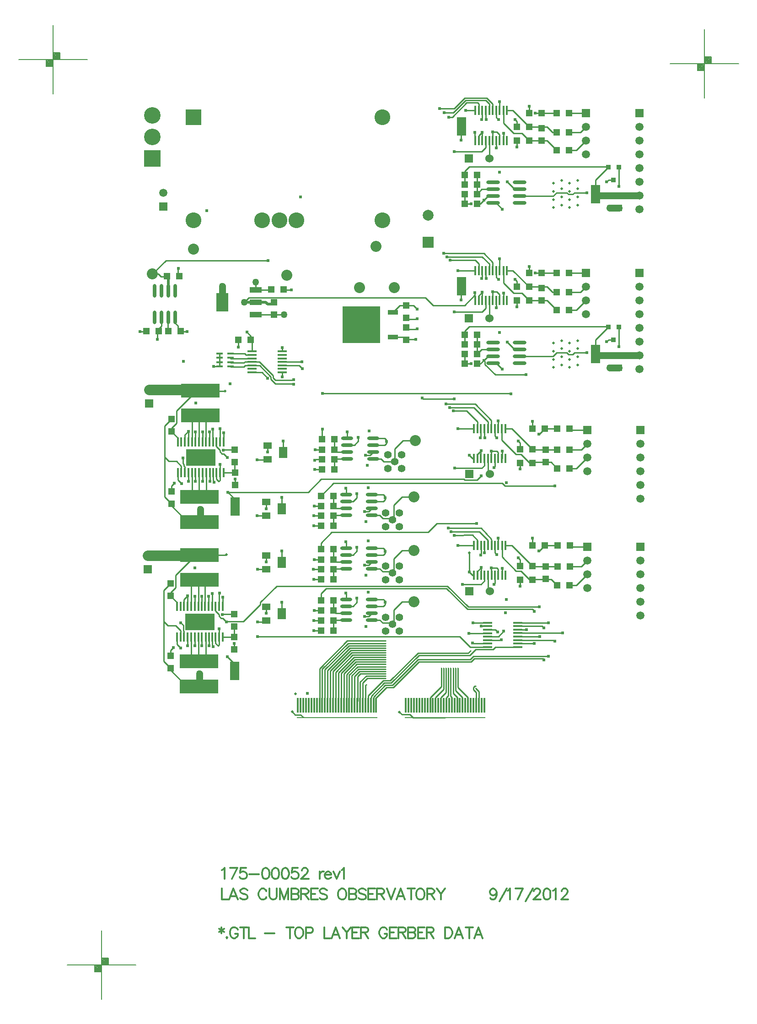
<source format=gtl>
%FSLAX23Y23*%
%MOIN*%
G70*
G01*
G75*
G04 Layer_Physical_Order=1*
G04 Layer_Color=255*
%ADD10R,0.012X0.065*%
%ADD11R,0.217X0.120*%
%ADD12R,0.065X0.012*%
%ADD13R,0.075X0.037*%
%ADD14R,0.272X0.268*%
%ADD15R,0.035X0.037*%
%ADD16R,0.035X0.037*%
%ADD17R,0.085X0.138*%
%ADD18R,0.085X0.043*%
%ADD19R,0.085X0.043*%
%ADD20O,0.028X0.098*%
%ADD21R,0.280X0.100*%
%ADD22R,0.070X0.135*%
%ADD23R,0.050X0.050*%
%ADD24O,0.087X0.024*%
%ADD25O,0.098X0.028*%
%ADD26R,0.045X0.017*%
%ADD27R,0.591X0.010*%
%ADD28R,0.012X0.105*%
%ADD29R,0.063X0.051*%
%ADD30R,0.063X0.079*%
%ADD31R,0.050X0.050*%
%ADD32C,0.010*%
%ADD33C,0.050*%
%ADD34C,0.020*%
%ADD35C,0.075*%
%ADD36C,0.012*%
%ADD37C,0.008*%
%ADD38C,0.012*%
%ADD39C,0.012*%
%ADD40R,0.060X0.060*%
%ADD41C,0.060*%
%ADD42C,0.024*%
%ADD43C,0.020*%
%ADD44C,0.115*%
%ADD45R,0.115X0.115*%
%ADD46C,0.080*%
%ADD47C,0.055*%
%ADD48R,0.059X0.059*%
%ADD49C,0.059*%
%ADD50C,0.120*%
%ADD51R,0.120X0.120*%
%ADD52R,0.079X0.079*%
%ADD53C,0.079*%
%ADD54C,0.010*%
%ADD55C,0.050*%
D10*
X42117Y28525D02*
D03*
X42091D02*
D03*
X42065D02*
D03*
X42040D02*
D03*
X42014D02*
D03*
X41989D02*
D03*
X41989Y28749D02*
D03*
X42014D02*
D03*
X42040D02*
D03*
X42065D02*
D03*
X42091D02*
D03*
X42117Y28749D02*
D03*
X42144Y28749D02*
D03*
X42168D02*
D03*
X42193D02*
D03*
X42219D02*
D03*
X42245D02*
D03*
X42270D02*
D03*
X42296D02*
D03*
X42321D02*
D03*
X42144Y28525D02*
D03*
X42170D02*
D03*
X42197D02*
D03*
X42221D02*
D03*
X42245D02*
D03*
X42270D02*
D03*
X42296D02*
D03*
X42321D02*
D03*
X42315Y27328D02*
D03*
X42290D02*
D03*
X42264D02*
D03*
X42239D02*
D03*
X42215D02*
D03*
X42191D02*
D03*
X42164D02*
D03*
X42138D02*
D03*
X42315Y27552D02*
D03*
X42290D02*
D03*
X42264D02*
D03*
X42239D02*
D03*
X42213D02*
D03*
X42187D02*
D03*
X42162D02*
D03*
X42138D02*
D03*
X42111Y27552D02*
D03*
X42085Y27552D02*
D03*
X42059D02*
D03*
X42034D02*
D03*
X42008D02*
D03*
X41983D02*
D03*
X41983Y27328D02*
D03*
X42008D02*
D03*
X42034D02*
D03*
X42059D02*
D03*
X42085D02*
D03*
X42111D02*
D03*
X44377Y27778D02*
D03*
Y27996D02*
D03*
X44352Y27778D02*
D03*
Y27996D02*
D03*
X44324Y27778D02*
D03*
Y27996D02*
D03*
X44300D02*
D03*
X44275D02*
D03*
X44249D02*
D03*
X44224D02*
D03*
X44198D02*
D03*
X44173D02*
D03*
X44147D02*
D03*
X44300Y27778D02*
D03*
X44275D02*
D03*
X44249D02*
D03*
X44224D02*
D03*
X44198D02*
D03*
X44173D02*
D03*
X44147D02*
D03*
X44386Y30943D02*
D03*
Y31162D02*
D03*
X44361Y30943D02*
D03*
Y31162D02*
D03*
X44333Y30943D02*
D03*
Y31162D02*
D03*
X44309D02*
D03*
X44284D02*
D03*
X44258D02*
D03*
X44233D02*
D03*
X44207D02*
D03*
X44181D02*
D03*
X44156D02*
D03*
X44309Y30943D02*
D03*
X44284D02*
D03*
X44258D02*
D03*
X44233D02*
D03*
X44207D02*
D03*
X44181D02*
D03*
X44156D02*
D03*
X44386Y29779D02*
D03*
Y29997D02*
D03*
X44361Y29779D02*
D03*
Y29997D02*
D03*
X44333Y29779D02*
D03*
Y29997D02*
D03*
X44309D02*
D03*
X44284D02*
D03*
X44258D02*
D03*
X44233D02*
D03*
X44207D02*
D03*
X44181D02*
D03*
X44156D02*
D03*
X44309Y29779D02*
D03*
X44284D02*
D03*
X44258D02*
D03*
X44233D02*
D03*
X44207D02*
D03*
X44181D02*
D03*
X44156D02*
D03*
X44376Y28628D02*
D03*
Y28847D02*
D03*
X44350Y28628D02*
D03*
Y28847D02*
D03*
X44323Y28628D02*
D03*
Y28847D02*
D03*
X44299D02*
D03*
X44273D02*
D03*
X44248D02*
D03*
X44222D02*
D03*
X44197D02*
D03*
X44171D02*
D03*
X44145D02*
D03*
X44299Y28628D02*
D03*
X44273D02*
D03*
X44248D02*
D03*
X44222D02*
D03*
X44197D02*
D03*
X44171D02*
D03*
X44145D02*
D03*
D11*
X42155Y28637D02*
D03*
X42149Y27440D02*
D03*
D12*
X44466Y27306D02*
D03*
Y27332D02*
D03*
X44466Y27359D02*
D03*
Y27383D02*
D03*
Y27409D02*
D03*
Y27434D02*
D03*
X44247D02*
D03*
Y27409D02*
D03*
Y27383D02*
D03*
Y27357D02*
D03*
Y27332D02*
D03*
Y27306D02*
D03*
Y27281D02*
D03*
Y27257D02*
D03*
X44466Y27255D02*
D03*
X44466Y27281D02*
D03*
X42748Y29255D02*
D03*
Y29281D02*
D03*
Y29306D02*
D03*
Y29332D02*
D03*
Y29357D02*
D03*
Y29383D02*
D03*
Y29409D02*
D03*
X42529Y29255D02*
D03*
Y29281D02*
D03*
Y29306D02*
D03*
Y29332D02*
D03*
Y29357D02*
D03*
Y29383D02*
D03*
Y29409D02*
D03*
D13*
X43555Y29512D02*
D03*
Y29692D02*
D03*
D14*
X43325Y29602D02*
D03*
D15*
X45164Y29493D02*
D03*
X45201Y29585D02*
D03*
X45164Y30657D02*
D03*
X45201Y30749D02*
D03*
D16*
X45126Y29585D02*
D03*
Y30749D02*
D03*
D17*
X42312Y29765D02*
D03*
D18*
X42556Y29856D02*
D03*
Y29675D02*
D03*
D19*
Y29765D02*
D03*
D20*
X41968Y29848D02*
D03*
X41918D02*
D03*
X41868D02*
D03*
X41818D02*
D03*
X41968Y29655D02*
D03*
X41918D02*
D03*
X41868D02*
D03*
X41818D02*
D03*
D21*
X42145Y27926D02*
D03*
Y27745D02*
D03*
X42147Y28167D02*
D03*
Y28348D02*
D03*
X42141Y26970D02*
D03*
Y27151D02*
D03*
X42151Y29123D02*
D03*
Y28942D02*
D03*
D22*
X45034Y29389D02*
D03*
X42401Y27083D02*
D03*
X42407Y28280D02*
D03*
X44055Y31045D02*
D03*
Y29881D02*
D03*
X45034Y30553D02*
D03*
D23*
X42399Y27238D02*
D03*
Y27328D02*
D03*
X43654Y29582D02*
D03*
Y29492D02*
D03*
Y29653D02*
D03*
Y29743D02*
D03*
X44639Y30943D02*
D03*
Y31033D02*
D03*
Y29779D02*
D03*
Y29869D02*
D03*
X41941Y28300D02*
D03*
Y28390D02*
D03*
X41935Y27103D02*
D03*
Y27193D02*
D03*
X44668Y28602D02*
D03*
Y28692D02*
D03*
X44669Y27751D02*
D03*
Y27841D02*
D03*
X41941Y28825D02*
D03*
Y28915D02*
D03*
X41935Y27628D02*
D03*
Y27718D02*
D03*
X42688Y29675D02*
D03*
Y29765D02*
D03*
X45204Y30543D02*
D03*
Y30453D02*
D03*
Y29379D02*
D03*
Y29289D02*
D03*
X42404Y28604D02*
D03*
Y28694D02*
D03*
X42398Y27407D02*
D03*
Y27497D02*
D03*
X42405Y28435D02*
D03*
Y28525D02*
D03*
D24*
X43224Y28777D02*
D03*
Y28727D02*
D03*
Y28677D02*
D03*
Y28627D02*
D03*
X43413Y28777D02*
D03*
Y28727D02*
D03*
Y28677D02*
D03*
Y28627D02*
D03*
X43215Y27604D02*
D03*
Y27554D02*
D03*
Y27504D02*
D03*
Y27454D02*
D03*
X43404Y27604D02*
D03*
Y27554D02*
D03*
Y27504D02*
D03*
Y27454D02*
D03*
X43215Y27977D02*
D03*
Y27927D02*
D03*
Y27877D02*
D03*
Y27827D02*
D03*
X43404Y27977D02*
D03*
Y27927D02*
D03*
Y27877D02*
D03*
Y27827D02*
D03*
X43215Y28366D02*
D03*
Y28316D02*
D03*
Y28266D02*
D03*
Y28216D02*
D03*
X43404Y28366D02*
D03*
Y28316D02*
D03*
Y28266D02*
D03*
Y28216D02*
D03*
D25*
X44480Y29324D02*
D03*
Y29374D02*
D03*
Y29424D02*
D03*
Y29474D02*
D03*
X44287Y29324D02*
D03*
Y29374D02*
D03*
Y29424D02*
D03*
Y29474D02*
D03*
X44480Y30488D02*
D03*
Y30538D02*
D03*
Y30588D02*
D03*
Y30638D02*
D03*
X44287Y30488D02*
D03*
Y30538D02*
D03*
Y30588D02*
D03*
Y30638D02*
D03*
D26*
X42294Y29392D02*
D03*
Y29361D02*
D03*
Y29329D02*
D03*
Y29298D02*
D03*
X42371D02*
D03*
Y29329D02*
D03*
Y29361D02*
D03*
Y29392D02*
D03*
D27*
X43936Y26743D02*
D03*
X43149D02*
D03*
D28*
X42863Y26831D02*
D03*
X42883D02*
D03*
X42902D02*
D03*
X42922D02*
D03*
X42942D02*
D03*
X42961D02*
D03*
X42981D02*
D03*
X43001D02*
D03*
X43021D02*
D03*
X43040D02*
D03*
X43060D02*
D03*
X43080D02*
D03*
X43099D02*
D03*
X43119D02*
D03*
X43139D02*
D03*
X43158D02*
D03*
X43178D02*
D03*
X43198D02*
D03*
X43218D02*
D03*
X43237D02*
D03*
X43257D02*
D03*
X43277D02*
D03*
X43296D02*
D03*
X43316D02*
D03*
X43336D02*
D03*
X43355D02*
D03*
X43375D02*
D03*
X43395D02*
D03*
X43415D02*
D03*
X43434D02*
D03*
X43650D02*
D03*
X43670D02*
D03*
X43690D02*
D03*
X43710D02*
D03*
X43729D02*
D03*
X43749D02*
D03*
X43769D02*
D03*
X43788D02*
D03*
X43808D02*
D03*
X43828D02*
D03*
X43847D02*
D03*
X43867D02*
D03*
X43887D02*
D03*
X43907D02*
D03*
X43926D02*
D03*
X43946D02*
D03*
X43966D02*
D03*
X43985D02*
D03*
X44005D02*
D03*
X44025D02*
D03*
X44044D02*
D03*
X44064D02*
D03*
X44084D02*
D03*
X44104D02*
D03*
X44123D02*
D03*
X44143D02*
D03*
X44163D02*
D03*
X44182D02*
D03*
X44202D02*
D03*
X44222D02*
D03*
D29*
X42641Y28623D02*
D03*
Y28723D02*
D03*
X42632Y27450D02*
D03*
Y27550D02*
D03*
X42632Y27823D02*
D03*
Y27923D02*
D03*
Y28212D02*
D03*
Y28312D02*
D03*
D30*
X42755Y28673D02*
D03*
X42746Y27500D02*
D03*
X42745Y27873D02*
D03*
Y28262D02*
D03*
D31*
X43031Y27521D02*
D03*
X43121D02*
D03*
X43031Y27894D02*
D03*
X43121D02*
D03*
X43031Y28283D02*
D03*
X43121D02*
D03*
X43040Y28694D02*
D03*
X43130D02*
D03*
X43121Y27595D02*
D03*
X43031D02*
D03*
X43121Y27968D02*
D03*
X43031D02*
D03*
X43121Y28357D02*
D03*
X43031D02*
D03*
X43130Y28768D02*
D03*
X43040D02*
D03*
X43121Y27376D02*
D03*
X43031D02*
D03*
X43121Y27749D02*
D03*
X43031D02*
D03*
X43121Y28138D02*
D03*
X43031D02*
D03*
X43130Y28549D02*
D03*
X43040D02*
D03*
X43121Y27449D02*
D03*
X43031D02*
D03*
X43121Y27822D02*
D03*
X43031D02*
D03*
X43121Y28211D02*
D03*
X43031D02*
D03*
X43130Y28622D02*
D03*
X43040D02*
D03*
X42520Y29492D02*
D03*
X42430D02*
D03*
X41758Y29557D02*
D03*
X41848D02*
D03*
X42008D02*
D03*
X41918D02*
D03*
X41998Y29957D02*
D03*
X41908D02*
D03*
X44169Y30693D02*
D03*
X44079D02*
D03*
X44169Y29529D02*
D03*
X44079D02*
D03*
X44549Y31143D02*
D03*
X44639D02*
D03*
X44549Y29979D02*
D03*
X44639D02*
D03*
X44459Y31043D02*
D03*
X44549D02*
D03*
X44459Y29879D02*
D03*
X44549D02*
D03*
X44459Y30943D02*
D03*
X44549D02*
D03*
X44459Y29779D02*
D03*
X44549D02*
D03*
X44573Y28847D02*
D03*
X44663D02*
D03*
X44574Y27996D02*
D03*
X44664D02*
D03*
X44483Y28697D02*
D03*
X44573D02*
D03*
X44484Y27846D02*
D03*
X44574D02*
D03*
X44483Y28597D02*
D03*
X44573D02*
D03*
X44484Y27746D02*
D03*
X44574D02*
D03*
X42759Y29860D02*
D03*
X42669D02*
D03*
X44839Y31143D02*
D03*
X44749D02*
D03*
X44839Y29979D02*
D03*
X44749D02*
D03*
X44839Y31003D02*
D03*
X44749D02*
D03*
X44839Y29839D02*
D03*
X44749D02*
D03*
X44169Y30553D02*
D03*
X44079D02*
D03*
X44169Y29389D02*
D03*
X44079D02*
D03*
Y30623D02*
D03*
X44169D02*
D03*
X44079Y29459D02*
D03*
X44169D02*
D03*
X44839Y30873D02*
D03*
X44749D02*
D03*
X44839Y29709D02*
D03*
X44749D02*
D03*
X44079Y30483D02*
D03*
X44169D02*
D03*
X44079Y29319D02*
D03*
X44169D02*
D03*
X44844Y28847D02*
D03*
X44754D02*
D03*
X44846Y27996D02*
D03*
X44756D02*
D03*
X44844Y28692D02*
D03*
X44754D02*
D03*
X44846Y27841D02*
D03*
X44756D02*
D03*
X44843Y28557D02*
D03*
X44753D02*
D03*
X44844Y27706D02*
D03*
X44754D02*
D03*
D32*
X43654Y29495D02*
X43720D01*
X44079Y29743D02*
X44154Y29818D01*
Y29781D02*
Y29818D01*
X42471Y29765D02*
X42506Y29800D01*
X43791D01*
X43848Y29743D01*
X44079D01*
X44154Y29818D02*
Y29837D01*
X44108Y27938D02*
X44113Y27932D01*
Y27801D02*
Y27932D01*
X43355Y26831D02*
Y26978D01*
X43828Y26831D02*
X43828Y26831D01*
X43828Y26831D02*
Y26889D01*
X42144Y29123D02*
X42149Y29118D01*
X42138Y29129D02*
X42144Y29123D01*
X42149Y29118D02*
X42334D01*
X42342Y27926D02*
X42344Y27928D01*
X42145Y27926D02*
X42342D01*
X42901Y26746D02*
X42907D01*
X42883Y26764D02*
X42901Y26746D01*
X43604Y26783D02*
X43622Y26765D01*
X43680D01*
X43702Y26743D01*
X43936D01*
X42821Y26786D02*
X42843Y26764D01*
X42883D01*
X43296Y26861D02*
X43298Y26862D01*
Y27041D01*
X43316Y27001D02*
X43361Y27046D01*
X43316Y26861D02*
Y27001D01*
X43361Y27046D02*
X43501D01*
X43336Y26995D02*
X43370Y27029D01*
X43501D01*
X43355Y26978D02*
X43361Y26984D01*
X44104Y26861D02*
Y26889D01*
X44030Y26963D02*
X44104Y26889D01*
X44064Y26861D02*
Y26889D01*
X44013Y26940D02*
X44064Y26889D01*
X44025Y26861D02*
Y26889D01*
X43996Y26918D02*
X44025Y26889D01*
X43985Y26861D02*
Y26889D01*
X43977Y26898D02*
X43985Y26889D01*
X43828D02*
X43909Y26970D01*
X43867Y26861D02*
Y26889D01*
X43926Y26948D01*
X43907Y26861D02*
Y26889D01*
X43943Y26925D01*
Y27101D01*
X43946Y26861D02*
Y26889D01*
X43960Y26903D01*
Y27101D01*
X43395Y26887D02*
Y26889D01*
Y26823D02*
Y26887D01*
X43434D02*
Y26889D01*
Y26861D02*
Y26887D01*
X43415Y26861D02*
Y26893D01*
X43485Y27012D02*
X43537D01*
X43492Y26995D02*
X43544D01*
X43499Y26978D02*
X43551D01*
X43508Y26961D02*
X43558D01*
X43375Y26823D02*
Y26902D01*
X43485Y27012D01*
X43434Y26887D02*
X43508Y26961D01*
X43415Y26893D02*
X43499Y26978D01*
X43398Y26900D02*
X43492Y26995D01*
X43398Y26890D02*
Y26900D01*
X43395Y26887D02*
X43398Y26890D01*
X43544Y26995D02*
X43745Y27196D01*
X43099Y27083D02*
X43250Y27233D01*
X43021Y26861D02*
Y27100D01*
X43040Y26861D02*
Y27096D01*
X43060Y26861D02*
Y27092D01*
X43080Y26861D02*
Y27087D01*
X43099Y26861D02*
Y27083D01*
X43119Y26861D02*
Y27078D01*
X43139Y26861D02*
Y27074D01*
X43158Y26861D02*
Y27070D01*
X43178Y26861D02*
Y27065D01*
X43198Y26861D02*
Y27061D01*
X43218Y26861D02*
Y27057D01*
X43237Y26861D02*
Y27052D01*
X43257Y26861D02*
Y27048D01*
X43277Y26861D02*
Y27044D01*
X43336Y26861D02*
Y26995D01*
X44839Y31143D02*
X44964D01*
X44639D02*
X44749D01*
X44594D02*
X44639D01*
X44361Y30996D02*
X44361Y30996D01*
X44361Y30943D02*
Y30996D01*
X44924Y31003D02*
X44964Y31043D01*
X44839Y31003D02*
X44924D01*
X44718D02*
X44749D01*
X44678Y31043D02*
X44718Y31003D01*
X44430Y31162D02*
X44549Y31043D01*
X44386Y31162D02*
X44430D01*
X44549Y31043D02*
X44678D01*
X44894Y30873D02*
X44964Y30943D01*
X44839Y30873D02*
X44894D01*
X44679Y30943D02*
X44749Y30873D01*
X44497Y30995D02*
X44549Y30943D01*
X44436Y30995D02*
X44497D01*
X44361Y31070D02*
X44436Y30995D01*
X44361Y31070D02*
Y31162D01*
X44549Y30943D02*
X44639D01*
X44679D01*
X44459Y30895D02*
Y30943D01*
Y31043D02*
Y31084D01*
X44446Y31097D02*
X44459Y31084D01*
X44549Y31143D02*
Y31190D01*
X44550Y31191D01*
X44258Y30813D02*
Y30943D01*
X44333Y31162D02*
Y31224D01*
X44332Y31225D02*
X44333Y31224D01*
X44284Y30943D02*
Y31007D01*
X44207Y30943D02*
Y31003D01*
X44181Y30943D02*
Y30978D01*
X44207Y31003D01*
X44333Y30943D02*
Y30987D01*
X44313Y31007D02*
X44333Y30987D01*
X44284Y31007D02*
X44313D01*
X44287Y30488D02*
X44310D01*
X44354Y30444D01*
X44388Y30641D02*
X44441Y30588D01*
X44480D01*
X44079Y30623D02*
Y30693D01*
X44169Y30553D02*
X44204Y30588D01*
X44287D01*
X44169Y30623D02*
Y30693D01*
Y30553D02*
Y30623D01*
X44079Y30483D02*
Y30553D01*
Y30483D02*
X44124D01*
X44125Y30482D01*
X45128Y30657D02*
X45164D01*
X45034Y30657D02*
X45126Y30749D01*
X45201Y30608D02*
Y30749D01*
X44480Y30538D02*
X44723D01*
X44748Y30563D01*
X45114Y30643D02*
X45128Y30657D01*
X44748Y30563D02*
X44823D01*
X44835Y30551D01*
X44866D01*
X44878Y30563D01*
X44967D01*
X45034Y30553D02*
Y30657D01*
X44967Y30563D02*
X44968Y30564D01*
X44079Y30693D02*
Y30720D01*
X44113Y30754D01*
X45122D02*
X45126Y30749D01*
X44308Y30890D02*
Y30941D01*
X44309Y30943D01*
Y31110D02*
Y31162D01*
Y31110D02*
X44325Y31095D01*
X44154Y30945D02*
Y31001D01*
Y30945D02*
X44156Y30943D01*
X44249Y30538D02*
X44287D01*
X44219Y30508D02*
X44249Y30538D01*
X44053Y30947D02*
Y31043D01*
X44194Y30483D02*
X44219Y30508D01*
X44169Y30483D02*
X44194D01*
X44169Y29459D02*
Y29529D01*
X44079D02*
Y29556D01*
Y29459D02*
Y29529D01*
X44549Y30026D02*
X44550Y30027D01*
X44549Y29979D02*
Y30026D01*
X44594Y29979D02*
X44639D01*
X44749D01*
X44361Y29832D02*
X44361Y29832D01*
X44361Y29779D02*
Y29832D01*
X44284Y29843D02*
X44313D01*
X44333Y29779D02*
Y29823D01*
X44313Y29843D02*
X44333Y29823D01*
X44284Y29779D02*
Y29843D01*
X44207Y29779D02*
Y29839D01*
X44459Y29879D02*
Y29920D01*
X44446Y29933D02*
X44459Y29920D01*
X44386Y29997D02*
X44430D01*
X44549Y29879D01*
X44678D01*
X44718Y29839D01*
X44749D01*
X44388Y29477D02*
X44441Y29424D01*
X44549Y29779D02*
X44639D01*
X44679D01*
X44749Y29709D01*
X44459Y29731D02*
Y29779D01*
X44361Y29906D02*
X44436Y29831D01*
X44497D01*
X44549Y29779D01*
X44308Y29726D02*
Y29777D01*
X44894Y29709D02*
X44964Y29779D01*
X44839Y29709D02*
X44894D01*
X44924Y29839D02*
X44964Y29879D01*
X44839Y29839D02*
X44924D01*
X44839Y29979D02*
X44964D01*
X45128Y29493D02*
X45164D01*
X45114Y29479D02*
X45128Y29493D01*
X44748Y29399D02*
X44823D01*
X44835Y29387D01*
X44723Y29374D02*
X44748Y29399D01*
X44480Y29374D02*
X44723D01*
X44967Y29399D02*
X44968Y29400D01*
X44835Y29387D02*
X44866D01*
X44878Y29399D02*
X44967D01*
X44866Y29387D02*
X44878Y29399D01*
X45201Y29444D02*
Y29585D01*
X45122Y29590D02*
X45126Y29585D01*
X45034Y29389D02*
Y29493D01*
X44169Y29389D02*
Y29459D01*
X44079Y29319D02*
Y29389D01*
X44124Y29319D02*
X44125Y29318D01*
X44219Y29344D02*
X44249Y29374D01*
X44258Y29649D02*
Y29779D01*
X44332Y30081D02*
X44333Y30080D01*
X44308Y29777D02*
X44309Y29779D01*
X44154Y29781D02*
X44156Y29779D01*
X44441Y29424D02*
X44480D01*
X44249Y29374D02*
X44287D01*
X44928Y28692D02*
X44973Y28737D01*
X44893Y28557D02*
X44973Y28637D01*
X44843Y28557D02*
X44893D01*
X44663Y28847D02*
X44754D01*
X44623Y28807D02*
X44663Y28847D01*
X44618Y28807D02*
X44623D01*
X44351Y28629D02*
Y28681D01*
X44350Y28628D02*
X44351Y28629D01*
X44376Y28847D02*
X44423D01*
X44578Y28692D02*
X44754D01*
X44423Y28847D02*
X44573Y28697D01*
X44578Y28692D01*
X44551Y28597D02*
X44573D01*
X44709Y28601D02*
X44753Y28557D01*
X44573Y28597D02*
X44577Y28601D01*
X44709D01*
X44573Y28847D02*
Y28898D01*
X44572Y28899D02*
X44573Y28898D01*
X44483Y28697D02*
Y28742D01*
X44469Y28756D02*
X44483Y28742D01*
Y28552D02*
Y28597D01*
X44482Y28551D02*
X44483Y28552D01*
X44323Y28628D02*
Y28672D01*
X44312Y28683D02*
X44323Y28672D01*
X44273Y28683D02*
X44312D01*
X44273Y28629D02*
X44273Y28628D01*
X44248Y28530D02*
X44263Y28515D01*
X44135Y28628D02*
X44145D01*
X42065Y28462D02*
Y28525D01*
X42117Y28463D02*
Y28525D01*
Y28463D02*
X42117Y28463D01*
X42170Y28462D02*
Y28525D01*
Y28462D02*
X42170Y28462D01*
X42221Y28462D02*
Y28525D01*
X42221Y28462D02*
X42221Y28462D01*
X42321Y28749D02*
Y28817D01*
X42296Y28749D02*
Y28844D01*
X42297Y28845D01*
X42219Y28749D02*
Y28822D01*
X42219Y28822D02*
X42219Y28822D01*
X42168Y28749D02*
Y28824D01*
X42168Y28824D02*
X42168Y28824D01*
X42117Y28749D02*
Y28823D01*
X42065Y28749D02*
Y28827D01*
X42066Y28827D01*
X42040Y28749D02*
Y28801D01*
X42065Y28827D01*
X42091Y28395D02*
Y28525D01*
X42144Y28342D02*
Y28525D01*
Y28342D02*
X42146Y28340D01*
X42091Y28395D02*
X42144Y28342D01*
X42197Y28524D02*
X42197Y28525D01*
X42197Y28391D02*
Y28524D01*
X42146Y28340D02*
X42197Y28391D01*
X42193Y28749D02*
Y28912D01*
X42151Y28955D02*
X42193Y28912D01*
X42144Y28749D02*
X42144Y28749D01*
X42144Y28749D02*
Y28948D01*
X42091Y28749D02*
Y28896D01*
X42144Y28948D01*
X42151Y28955D01*
X41941Y28825D02*
X41989Y28777D01*
Y28749D02*
Y28777D01*
X42404Y28526D02*
Y28604D01*
X42323Y28526D02*
X42404D01*
X42321Y28525D02*
X42323Y28526D01*
X42244Y28750D02*
Y28844D01*
X42320Y28688D02*
X42326Y28694D01*
X42404D01*
X42287Y28462D02*
X42295Y28470D01*
X42405Y28435D02*
Y28480D01*
X42245Y28525D02*
X42245Y28524D01*
Y28460D02*
Y28524D01*
Y28460D02*
X42250Y28455D01*
X42252D01*
X41941Y28429D02*
X41962Y28450D01*
X41941Y28390D02*
Y28429D01*
Y28825D02*
Y28848D01*
X41978Y28885D01*
Y28976D01*
X42125Y29123D01*
X41892Y28866D02*
X41941Y28915D01*
X41892Y28349D02*
X41941Y28300D01*
X42014Y28525D02*
Y28573D01*
X41978Y28609D02*
X42014Y28573D01*
X41923Y28609D02*
X41978D01*
X41892Y28640D02*
X41923Y28609D01*
X41892Y28349D02*
Y28640D01*
Y28866D01*
X41989Y28473D02*
Y28525D01*
Y28473D02*
X42016Y28446D01*
X42270Y28479D02*
Y28525D01*
Y28479D02*
X42287Y28462D01*
X42295Y28470D02*
Y28586D01*
X42407Y28280D02*
Y28331D01*
X42354Y28384D02*
X42407Y28331D01*
X42321Y28664D02*
X42348Y28637D01*
X42310Y28664D02*
X42321D01*
X42296Y28678D02*
X42310Y28664D01*
X42296Y28678D02*
Y28689D01*
X42270Y28715D02*
X42296Y28689D01*
X42270Y28715D02*
Y28749D01*
X42059Y28167D02*
X42147D01*
X41941Y28285D02*
X42059Y28167D01*
X41941Y28285D02*
Y28300D01*
X42290Y27481D02*
X42304Y27467D01*
X42290Y27481D02*
Y27492D01*
X42264Y27518D02*
X42290Y27492D01*
X42348Y27187D02*
X42401Y27134D01*
Y27083D02*
Y27134D01*
X42315Y27467D02*
X42342Y27440D01*
X42304Y27467D02*
X42315D01*
X41886Y27152D02*
X41935Y27103D01*
X41886Y27152D02*
Y27443D01*
X41935Y27088D02*
X42053Y26970D01*
X41935Y27088D02*
Y27103D01*
X41886Y27443D02*
X41917Y27412D01*
X41886Y27443D02*
Y27669D01*
X41917Y27412D02*
X41972D01*
X41886Y27669D02*
X41935Y27718D01*
X42008Y27328D02*
Y27376D01*
X41972Y27412D02*
X42008Y27376D01*
X41935Y27193D02*
Y27232D01*
X41956Y27253D01*
X42315Y27552D02*
Y27620D01*
X44573Y28048D02*
X44574Y28047D01*
Y27996D02*
Y28047D01*
X44624Y27956D02*
X44664Y27996D01*
X44619Y27956D02*
X44624D01*
X44664Y27996D02*
X44756D01*
X44352Y27778D02*
Y27830D01*
X42059Y27265D02*
Y27328D01*
X44274Y27778D02*
Y27832D01*
X44313D01*
X44324Y27822D01*
Y27778D02*
Y27822D01*
X44173Y27808D02*
X44198Y27834D01*
Y27778D02*
Y27834D01*
X44200Y27836D01*
X44470Y27905D02*
X44484Y27891D01*
Y27846D02*
Y27891D01*
X44377Y27996D02*
X44424D01*
X44574Y27846D01*
X44579Y27841D02*
X44756D01*
X44574Y27846D02*
X44579Y27841D01*
X44578Y27750D02*
X44710D01*
X44754Y27706D01*
X42111Y27552D02*
Y27626D01*
X41935Y27628D02*
X41983Y27580D01*
X41935Y27628D02*
Y27651D01*
X41972Y27688D01*
Y27779D01*
X44484Y27701D02*
Y27746D01*
X44483Y27700D02*
X44484Y27701D01*
X44352Y27912D02*
Y27996D01*
Y27912D02*
X44454Y27809D01*
X44489D01*
X44552Y27746D01*
X44574D02*
X44578Y27750D01*
X44552Y27746D02*
X44574D01*
X42264Y27282D02*
Y27328D01*
Y27282D02*
X42281Y27265D01*
X42238Y27553D02*
Y27647D01*
X42281Y27265D02*
X42289Y27273D01*
Y27389D01*
X42314Y27491D02*
X42320Y27497D01*
X42398D01*
X42164Y27265D02*
X42164Y27265D01*
X42164Y27265D02*
Y27328D01*
X42239Y27263D02*
X42244Y27258D01*
X42246D01*
X42239Y27263D02*
Y27327D01*
X44300Y27718D02*
Y27778D01*
X44294Y27712D02*
X44300Y27718D01*
X42053Y26970D02*
X42141D01*
X42085Y27198D02*
X42138Y27145D01*
X42085Y27198D02*
Y27328D01*
X42138Y27145D02*
Y27328D01*
Y27145D02*
X42140Y27143D01*
X42191Y27194D01*
Y27327D01*
X42119Y27926D02*
X42145D01*
X42085Y27552D02*
Y27699D01*
X42138Y27751D01*
X42187Y27552D02*
Y27715D01*
X42138Y27552D02*
Y27751D01*
X42145Y27758D02*
X42187Y27715D01*
X42138Y27751D02*
X42145Y27758D01*
X44894Y27706D02*
X44974Y27786D01*
X44844Y27706D02*
X44894D01*
X44930Y27841D02*
X44974Y27886D01*
X44846Y27841D02*
X44930D01*
X44856Y27986D02*
X44974D01*
X41983Y27276D02*
Y27328D01*
Y27276D02*
X42010Y27249D01*
X42398Y27329D02*
Y27407D01*
X44249Y27679D02*
Y27778D01*
Y27679D02*
X44264Y27664D01*
X42399Y27238D02*
Y27283D01*
X42317Y27329D02*
X42398D01*
X42315Y27328D02*
X42317Y27329D01*
X42239Y27328D02*
X42239Y27327D01*
X42215Y27265D02*
X42215Y27265D01*
Y27328D01*
X42191Y27327D02*
X42191Y27328D01*
X42290Y27552D02*
Y27647D01*
X42291Y27648D01*
X42264Y27518D02*
Y27552D01*
X42213D02*
Y27625D01*
X42213Y27625D02*
X42213Y27625D01*
X42162Y27552D02*
Y27627D01*
X42162Y27627D02*
X42162Y27627D01*
X42138Y27552D02*
X42138Y27552D01*
X42059D02*
Y27630D01*
X42034Y27552D02*
Y27604D01*
X42059Y27630D01*
X42060Y27630D01*
X41983Y27552D02*
Y27580D01*
X42111Y27266D02*
X42111Y27266D01*
X42111Y27266D02*
Y27328D01*
X44352Y27778D02*
X44352Y27778D01*
X44274Y27778D02*
X44275Y27778D01*
X44173D02*
Y27808D01*
X43357Y28653D02*
X43389D01*
X43413Y28677D01*
X43303Y28755D02*
Y28784D01*
X43275Y28727D02*
X43303Y28755D01*
X43224Y28727D02*
X43275D01*
X43130Y28694D02*
Y28768D01*
Y28694D02*
X43147Y28677D01*
X43224D01*
X43130Y28549D02*
Y28622D01*
X43135Y28627D01*
X43224D01*
X42755Y28673D02*
Y28756D01*
X42755Y28756D01*
X43223Y28822D02*
X43224Y28820D01*
Y28777D02*
Y28820D01*
X42641Y28675D02*
Y28723D01*
X42990Y28694D02*
X43040D01*
X42987Y28549D02*
X43040D01*
X43490Y28605D02*
X43570D01*
X43468Y28627D02*
X43490Y28605D01*
X43413Y28627D02*
X43468D01*
X42987Y28617D02*
X42992Y28622D01*
X43040D01*
X43561Y28288D02*
X43621Y28348D01*
X43709D01*
X42745Y28262D02*
Y28345D01*
X42746Y28345D01*
X43215Y28366D02*
Y28410D01*
X43214Y28411D02*
X43215Y28410D01*
Y28316D02*
X43266D01*
X43294Y28344D01*
Y28373D01*
X43138Y28266D02*
X43215D01*
X43126Y28216D02*
X43215D01*
X42978Y28138D02*
X43031D01*
X43486Y28366D02*
X43499Y28353D01*
X43404Y28366D02*
X43486D01*
X43499Y28329D02*
Y28353D01*
X43348Y28242D02*
X43380D01*
X43404Y28266D01*
Y28216D02*
X43459D01*
X43481Y28194D01*
X42632Y28264D02*
Y28312D01*
X42981Y28283D02*
X43031D01*
X43121D02*
Y28357D01*
Y28283D02*
X43138Y28266D01*
X43121Y28138D02*
Y28211D01*
X43126Y28216D01*
X43561Y27805D02*
Y27899D01*
X43621Y27959D01*
X43709D01*
X42745Y27873D02*
Y27956D01*
X42746Y27956D01*
X43215Y27977D02*
Y28021D01*
X43214Y28022D02*
X43215Y28021D01*
X43138Y27877D02*
X43215D01*
X42978Y27749D02*
X43031D01*
X43404Y27927D02*
X43486D01*
X43499Y27940D01*
X43486Y27977D02*
X43499Y27964D01*
X43404Y27977D02*
X43486D01*
X43499Y27940D02*
Y27964D01*
X43348Y27853D02*
X43380D01*
X43404Y27877D01*
Y27827D02*
X43459D01*
X43481Y27805D01*
X42632Y27875D02*
Y27923D01*
X42981Y27894D02*
X43031D01*
X43121D02*
Y27968D01*
Y27894D02*
X43138Y27877D01*
X43121Y27749D02*
Y27822D01*
X43126Y27827D01*
X43561Y27432D02*
Y27526D01*
X43621Y27586D01*
X43709D01*
X42746Y27500D02*
Y27583D01*
X42746Y27583D01*
X43215Y27604D02*
Y27648D01*
X43214Y27649D02*
X43215Y27648D01*
Y27554D02*
X43266D01*
X43294Y27582D01*
Y27611D01*
X43138Y27504D02*
X43215D01*
X43126Y27454D02*
X43215D01*
X42978Y27376D02*
X43031D01*
X43404Y27554D02*
X43486D01*
X43499Y27567D01*
X43486Y27604D02*
X43499Y27591D01*
X43404Y27604D02*
X43486D01*
X43499Y27567D02*
Y27591D01*
X43348Y27480D02*
X43380D01*
X43404Y27504D01*
Y27454D02*
X43459D01*
X43481Y27432D01*
X42632Y27502D02*
Y27550D01*
X42981Y27521D02*
X43031D01*
X43121D02*
Y27595D01*
Y27521D02*
X43138Y27504D01*
X43121Y27376D02*
Y27449D01*
X43126Y27454D01*
X42979Y28212D02*
X42980Y28211D01*
X43031D01*
X42979Y27448D02*
X42980Y27449D01*
X43031D01*
X43481Y27432D02*
X43561D01*
X42976Y27822D02*
X43031D01*
X43481Y27805D02*
X43561D01*
X43636Y29512D02*
X43654Y29495D01*
X43555Y29512D02*
X43636D01*
X43720Y29495D02*
X43721Y29496D01*
X43654Y29570D02*
X43730D01*
X43731Y29571D01*
X42556Y29856D02*
X42556Y29855D01*
X42676D01*
X42556Y29856D02*
Y29911D01*
X42556Y29911D01*
X42760Y29675D02*
X42763Y29677D01*
X42556Y29675D02*
X42760D01*
X42751Y29855D02*
X42815D01*
X42816Y29856D01*
X41990Y29952D02*
Y30012D01*
X41991Y30013D01*
X42000Y29552D02*
X42055D01*
X42057Y29554D01*
X41968Y29615D02*
Y29655D01*
Y29615D02*
X41990Y29592D01*
Y29552D02*
Y29592D01*
X41714Y29552D02*
X41765D01*
X41712Y29554D02*
X41714Y29552D01*
X41840Y29497D02*
X41840Y29497D01*
X41915Y29552D02*
Y29653D01*
X41918Y29655D01*
X41803Y29972D02*
X41845D01*
X41865Y29952D01*
X41915D01*
X41840Y29497D02*
Y29564D01*
X41868Y29592D01*
Y29655D01*
X43730Y29644D02*
X43732Y29645D01*
X43654Y29644D02*
X43730D01*
X43555Y29692D02*
X43607Y29743D01*
X43654D01*
X43705D01*
X43731Y29717D01*
X42478Y29306D02*
X42529D01*
X42476Y29332D02*
X42529D01*
X42471Y29327D02*
X42476Y29332D01*
X42371Y29329D02*
X42372Y29328D01*
X42371Y29361D02*
X42373Y29358D01*
X42485Y29383D02*
X42529D01*
X42477Y29391D02*
X42485Y29383D01*
X42249Y29298D02*
X42294D01*
Y29329D01*
Y29361D01*
Y29392D01*
X42748Y29409D02*
Y29435D01*
X42748Y29435D02*
X42748Y29435D01*
Y29224D02*
Y29255D01*
Y29224D02*
X42749Y29223D01*
X44087Y31162D02*
X44156D01*
X44085Y31164D02*
X44087Y31162D01*
X44029Y27996D02*
X44147D01*
X44029Y27996D02*
X44029Y27996D01*
X44029Y28846D02*
X44030Y28847D01*
X44173Y27996D02*
Y28034D01*
X44224Y27738D02*
Y27778D01*
X44198Y27712D02*
X44224Y27738D01*
X44324Y27996D02*
Y28048D01*
X42468Y29297D02*
X42478Y29306D01*
X42371Y29297D02*
X42468D01*
X42371Y29327D02*
X42471D01*
X42371Y29357D02*
X42529D01*
X42371Y29391D02*
X42477D01*
X43126Y27827D02*
X43215D01*
Y27927D02*
X43266D01*
X43294Y27955D01*
Y27984D01*
X44300Y27942D02*
X44313Y27929D01*
X44300Y27942D02*
Y27996D01*
X44299Y28793D02*
X44312Y28780D01*
X44299Y28793D02*
Y28847D01*
X44844Y28692D02*
X44928D01*
X44135Y28071D02*
X44173Y28034D01*
X44249Y27996D02*
Y28034D01*
X44030Y28847D02*
X44145D01*
X43404Y28316D02*
X43486D01*
X43499Y28329D01*
X43481Y28194D02*
X43561D01*
Y28288D01*
X44113Y27801D02*
X44137Y27778D01*
X44147D01*
X44293Y28563D02*
X44299Y28569D01*
X44171Y28847D02*
Y28897D01*
X44273Y28847D02*
Y28897D01*
X44273Y28898D02*
X44273Y28897D01*
X44273Y28898D02*
Y28907D01*
X44222Y28576D02*
Y28628D01*
X44204Y28558D02*
X44222Y28576D01*
X44323Y28847D02*
Y28903D01*
X44322Y28904D02*
X44323Y28903D01*
X44197Y28684D02*
X44199Y28687D01*
X44854Y28837D02*
X44973D01*
X45034Y29493D02*
X45126Y29585D01*
X44299Y28569D02*
Y28628D01*
X43630Y28759D02*
X43718D01*
X44112Y28652D02*
X44135Y28628D01*
X44171D02*
Y28659D01*
X44197Y28684D01*
X44488Y28660D02*
X44551Y28597D01*
X44453Y28660D02*
X44488D01*
X44273Y28629D02*
Y28683D01*
X44079Y29556D02*
X44113Y29590D01*
X44079Y29319D02*
X44124D01*
X44029Y29997D02*
X44156D01*
X44093Y28975D02*
X44171Y28897D01*
X44287Y29324D02*
X44310D01*
X44354Y29280D01*
X44333Y29997D02*
Y30080D01*
X44169Y29319D02*
X44194D01*
X44219Y29344D01*
X44053Y29783D02*
Y29879D01*
X44361Y29906D02*
Y29997D01*
X43413Y28727D02*
X43495D01*
X43508Y28740D01*
Y28764D01*
X43495Y28777D02*
X43508Y28764D01*
X43413Y28777D02*
X43495D01*
X43570Y28605D02*
Y28698D01*
X43630Y28759D01*
X44197Y28628D02*
Y28684D01*
X44350Y28763D02*
X44453Y28660D01*
X44350Y28763D02*
Y28847D01*
X44248Y28530D02*
Y28628D01*
X44309Y29946D02*
X44325Y29931D01*
X44309Y29946D02*
Y29997D01*
X44248Y28847D02*
Y28897D01*
X44145Y29000D02*
X44248Y28897D01*
X44169Y29389D02*
X44204Y29424D01*
X44287D01*
X44181Y29779D02*
Y29814D01*
X44207Y29839D01*
X44187Y28096D02*
X44249Y28034D01*
X44198Y28121D02*
X44274Y28044D01*
Y28035D02*
Y28044D01*
Y28035D02*
X44275Y28034D01*
Y27996D02*
Y28034D01*
X44258Y29997D02*
Y30046D01*
X44181Y29997D02*
Y30046D01*
X44284Y29997D02*
Y30046D01*
X44155Y30072D02*
X44181Y30046D01*
X44207Y30097D02*
X44258Y30046D01*
X44283Y30047D02*
X44284Y30046D01*
X44283Y30047D02*
Y30056D01*
X44218Y30122D02*
X44283Y30056D01*
X44233Y29724D02*
Y29779D01*
X44205Y29696D02*
X44233Y29724D01*
X44155Y29025D02*
X44273Y28907D01*
X44113Y29590D02*
X45122D01*
X44113Y30754D02*
X45122D01*
X44258Y31162D02*
Y31208D01*
X44181Y31162D02*
Y31208D01*
X44284Y31162D02*
Y31208D01*
X44171Y31218D02*
X44181Y31208D01*
X44231Y31235D02*
X44258Y31208D01*
X44240Y31252D02*
X44284Y31208D01*
X44093Y31218D02*
X44171D01*
X44086Y31235D02*
X44231D01*
X44079Y31252D02*
X44240D01*
X44003Y31176D02*
X44079Y31252D01*
X43996Y31145D02*
X44086Y31235D01*
X43989Y31114D02*
X44093Y31218D01*
X44233Y30893D02*
Y30943D01*
X44202Y30863D02*
X44233Y30893D01*
X44005Y28558D02*
X44204D01*
X44061Y27712D02*
X44198D01*
X44004Y28070D02*
X44135Y28071D01*
X43980Y28096D02*
X44187D01*
X43959Y28121D02*
X44198D01*
X43996Y28975D02*
X44093D01*
X43968Y29000D02*
X44145D01*
X43942Y29025D02*
X44155D01*
X44001Y29696D02*
X44205D01*
X44003Y30863D02*
X44202D01*
X43974Y30072D02*
X44155D01*
X43948Y30097D02*
X44207D01*
X43925Y30122D02*
X44218D01*
X43961Y31114D02*
X43989D01*
X43928Y31145D02*
X43996D01*
X43895Y31176D02*
X44003D01*
X43774Y29064D02*
X44002D01*
X43770Y29068D02*
X43774Y29064D01*
X42125Y29123D02*
X42144D01*
X42151D01*
X41972Y27779D02*
X42116Y27923D01*
X42119Y27926D01*
X41803Y29972D02*
X41901Y30070D01*
X42647D01*
X42568Y27440D02*
X42622D01*
X42632Y27450D01*
X42570Y27823D02*
X42632D01*
X42568Y27821D02*
X42570Y27823D01*
X42567Y28212D02*
X42632D01*
X42566Y28213D02*
X42567Y28212D01*
X42638Y28619D02*
X42641Y28623D01*
X42566Y28619D02*
X42638D01*
X44119Y27257D02*
X44247D01*
X44110Y27357D02*
X44247D01*
X44247Y27357D01*
X44219Y29344D02*
X44226Y29337D01*
Y29313D02*
Y29337D01*
Y29313D02*
X44301Y29238D01*
X44526D01*
X44466Y27359D02*
X44466Y27360D01*
X44792D01*
X42342Y27440D02*
X42346Y27444D01*
X42466D01*
X42589Y27567D01*
Y27581D01*
X44106Y27548D02*
X44624D01*
X44624Y27332D02*
X44625Y27333D01*
X44466Y27332D02*
X44624D01*
X43031Y27595D02*
Y27646D01*
X42589Y27581D02*
X42708Y27700D01*
X43954D01*
X44106Y27548D01*
X43031Y27646D02*
X43068Y27683D01*
X43947D01*
X44099Y27531D01*
X44573D01*
X44585Y27519D01*
Y27517D02*
Y27519D01*
X44466Y27281D02*
X44586D01*
X44466Y27281D02*
X44466Y27281D01*
X43031Y27968D02*
Y28013D01*
X43110Y28092D01*
X43812D01*
X43875Y28155D01*
X44166D01*
X44136Y27285D02*
X44140Y27281D01*
X44247D01*
X43031Y28357D02*
X43121Y28448D01*
X44354D01*
X44372Y28430D01*
X44392D01*
X44392Y28430D01*
X44736D01*
X44731Y27305D02*
X44736Y27300D01*
X44467Y27305D02*
X44731D01*
X44466Y27306D02*
X44467Y27305D01*
X43040Y28840D02*
X43043Y28843D01*
Y29103D02*
X44412D01*
X44416Y29099D01*
X44342Y27306D02*
X44346Y27310D01*
X44247Y27306D02*
X44342D01*
X43040Y28768D02*
Y28840D01*
X42354Y28384D02*
X42938D01*
X43034Y28480D01*
X44071D01*
X44078Y28473D01*
X44168D01*
X44198Y28502D01*
X44325Y27332D02*
X44364Y27371D01*
X44247Y27332D02*
X44325D01*
X44247Y27383D02*
X44303D01*
X44319Y27367D01*
X44140Y27434D02*
X44247D01*
X44198Y27409D02*
X44247D01*
X44198Y27409D02*
X44198Y27409D01*
X44301Y27255D02*
X44466D01*
X44285Y27239D02*
X44301Y27255D01*
X44159Y27239D02*
X44285D01*
X44116Y27196D02*
X44159Y27239D01*
X44466Y27434D02*
X44689D01*
X44690Y27433D01*
X44466Y27409D02*
X44643D01*
X44657Y27395D01*
X44648Y27172D02*
X44657Y27163D01*
X44466Y27383D02*
X44529D01*
X44530Y27384D01*
X42602Y29255D02*
X42643Y29214D01*
X42529Y29255D02*
X42602D01*
X42430Y29439D02*
Y29492D01*
X42529Y29409D02*
Y29482D01*
X42520Y29492D02*
X42529Y29482D01*
X42520Y29492D02*
Y29519D01*
X42491Y29548D02*
X42520Y29519D01*
X42040Y28525D02*
Y28567D01*
X42031Y28575D02*
X42040Y28567D01*
X42031Y28575D02*
Y28585D01*
X42026Y28591D02*
X42031Y28585D01*
X42026Y28591D02*
Y28631D01*
X42750Y29334D02*
X42892D01*
X42748Y29332D02*
X42750Y29334D01*
X42034Y27328D02*
Y27370D01*
X42029Y27375D02*
X42034Y27370D01*
X42029Y27375D02*
Y27415D01*
X42010Y27434D02*
X42029Y27415D01*
X42872Y29306D02*
X42897Y29281D01*
X42748Y29306D02*
X42872D01*
X42529D02*
X42585D01*
X42667Y29206D02*
Y29224D01*
Y29206D02*
X42700Y29173D01*
X42585Y29306D02*
X42667Y29224D01*
X42529Y29332D02*
X42583D01*
X42684Y29215D02*
Y29231D01*
Y29215D02*
X42700Y29199D01*
X42583Y29332D02*
X42684Y29231D01*
X42700Y29173D02*
X42830D01*
X42833Y29170D01*
X42700Y29199D02*
X42830D01*
X42833Y29201D01*
X44224Y27942D02*
Y27996D01*
X44198Y27927D02*
Y27996D01*
X44196Y27925D02*
X44198Y27927D01*
X44197Y28783D02*
Y28847D01*
X44222Y28783D02*
Y28847D01*
X44194Y28780D02*
X44197Y28783D01*
X44222D02*
X44225Y28780D01*
X44207Y29943D02*
Y29997D01*
X44233Y29943D02*
Y29997D01*
X44204Y29940D02*
X44207Y29943D01*
X44233D02*
X44235Y29940D01*
X44207Y31100D02*
Y31162D01*
X44233Y31100D02*
Y31162D01*
X44204Y31097D02*
X44207Y31100D01*
X44233D02*
X44235Y31097D01*
X44044Y27332D02*
X44119Y27257D01*
X42567Y27332D02*
X42568Y27333D01*
X42567Y27332D02*
X44044D01*
X43320Y27063D02*
X43501D01*
X43298Y27041D02*
X43320Y27063D01*
X43313Y27080D02*
X43501D01*
X43277Y27044D02*
X43313Y27080D01*
X43306Y27097D02*
X43501D01*
X43257Y27048D02*
X43306Y27097D01*
X43299Y27114D02*
X43501D01*
X43237Y27052D02*
X43299Y27114D01*
X43292Y27131D02*
X43501D01*
X43218Y27057D02*
X43292Y27131D01*
X43285Y27148D02*
X43501D01*
X43198Y27061D02*
X43285Y27148D01*
X43278Y27165D02*
X43501D01*
X43178Y27065D02*
X43278Y27165D01*
X43271Y27182D02*
X43501D01*
X43158Y27070D02*
X43271Y27182D01*
X43264Y27199D02*
X43501D01*
X43139Y27074D02*
X43264Y27199D01*
X43257Y27216D02*
X43501D01*
X43119Y27078D02*
X43257Y27216D01*
X43250Y27233D02*
X43501D01*
X43242Y27250D02*
X43501D01*
X43080Y27087D02*
X43242Y27250D01*
X43235Y27267D02*
X43501D01*
X43060Y27092D02*
X43235Y27267D01*
X43228Y27284D02*
X43501D01*
X43040Y27096D02*
X43228Y27284D01*
X43221Y27301D02*
X43501D01*
X43021Y27100D02*
X43221Y27301D01*
X43926Y26948D02*
Y27101D01*
X43909Y26970D02*
Y27101D01*
X43977Y26898D02*
Y27101D01*
X43996Y26918D02*
Y27101D01*
X44013Y26940D02*
Y27101D01*
X44030Y26963D02*
Y27101D01*
X44104Y27213D02*
X44121Y27230D01*
X44141Y27189D02*
X44690D01*
X44119Y27167D02*
X44141Y27189D01*
X44148Y27172D02*
X44648D01*
X44126Y27150D02*
X44148Y27172D01*
X43740Y27167D02*
X44119D01*
X43747Y27150D02*
X44126D01*
X43558Y26961D02*
X43747Y27150D01*
X43551Y26978D02*
X43740Y27167D01*
X43738Y27213D02*
X44104D01*
X43537Y27012D02*
X43738Y27213D01*
X43745Y27196D02*
X44116D01*
X44160Y26955D02*
X44182Y26933D01*
Y26823D02*
Y26861D01*
Y26933D01*
X44153Y26972D02*
X44160D01*
X44143Y26962D02*
X44153Y26972D01*
X44143Y26947D02*
Y26962D01*
Y26947D02*
X44163Y26927D01*
Y26823D02*
Y26861D01*
Y26927D01*
D33*
X45204Y30543D02*
X45354D01*
X45136Y30453D02*
X45204D01*
X45034Y30553D02*
X45044Y30543D01*
X45204D01*
Y29379D02*
X45354D01*
X45136Y29289D02*
X45204D01*
X45044Y29379D02*
X45204D01*
X45034Y29389D02*
X45044Y29379D01*
X42152Y28172D02*
Y28258D01*
X42147Y28167D02*
X42152Y28172D01*
X42141Y26970D02*
X42146Y26975D01*
Y27061D01*
X42312Y29883D02*
X42312Y29883D01*
X42312Y29765D02*
Y29883D01*
D34*
X42471Y29765D02*
X42471Y29765D01*
X42556D01*
X42629D01*
X42641Y29753D01*
X42688D01*
X41918Y29848D02*
Y29949D01*
X41915Y29952D02*
X41918Y29949D01*
D35*
X41778Y29129D02*
X42138D01*
X42142Y27923D02*
X42145Y27926D01*
X41768Y27923D02*
X42116D01*
X42142D01*
D36*
X42307Y25217D02*
Y25172D01*
X42288Y25206D02*
X42326Y25183D01*
Y25206D02*
X42288Y25183D01*
X42346Y25145D02*
X42343Y25141D01*
X42346Y25137D01*
X42350Y25141D01*
X42346Y25145D01*
X42425Y25198D02*
X42421Y25206D01*
X42413Y25213D01*
X42406Y25217D01*
X42391D01*
X42383Y25213D01*
X42375Y25206D01*
X42371Y25198D01*
X42368Y25187D01*
Y25168D01*
X42371Y25156D01*
X42375Y25149D01*
X42383Y25141D01*
X42391Y25137D01*
X42406D01*
X42413Y25141D01*
X42421Y25149D01*
X42425Y25156D01*
Y25168D01*
X42406D02*
X42425D01*
X42470Y25217D02*
Y25137D01*
X42443Y25217D02*
X42496D01*
X42506D02*
Y25137D01*
X42552D01*
X42623Y25172D02*
X42692D01*
X42805Y25217D02*
Y25137D01*
X42778Y25217D02*
X42832D01*
X42864D02*
X42856Y25213D01*
X42849Y25206D01*
X42845Y25198D01*
X42841Y25187D01*
Y25168D01*
X42845Y25156D01*
X42849Y25149D01*
X42856Y25141D01*
X42864Y25137D01*
X42879D01*
X42887Y25141D01*
X42894Y25149D01*
X42898Y25156D01*
X42902Y25168D01*
Y25187D01*
X42898Y25198D01*
X42894Y25206D01*
X42887Y25213D01*
X42879Y25217D01*
X42864D01*
X42921Y25175D02*
X42955D01*
X42966Y25179D01*
X42970Y25183D01*
X42974Y25191D01*
Y25202D01*
X42970Y25210D01*
X42966Y25213D01*
X42955Y25217D01*
X42921D01*
Y25137D01*
X43055Y25217D02*
Y25137D01*
X43100D01*
X43170D02*
X43140Y25217D01*
X43109Y25137D01*
X43121Y25164D02*
X43159D01*
X43189Y25217D02*
X43219Y25179D01*
Y25137D01*
X43250Y25217D02*
X43219Y25179D01*
X43310Y25217D02*
X43260D01*
Y25137D01*
X43310D01*
X43260Y25179D02*
X43291D01*
X43323Y25217D02*
Y25137D01*
Y25217D02*
X43357D01*
X43369Y25213D01*
X43372Y25210D01*
X43376Y25202D01*
Y25194D01*
X43372Y25187D01*
X43369Y25183D01*
X43357Y25179D01*
X43323D01*
X43350D02*
X43376Y25137D01*
X43514Y25198D02*
X43510Y25206D01*
X43503Y25213D01*
X43495Y25217D01*
X43480D01*
X43472Y25213D01*
X43465Y25206D01*
X43461Y25198D01*
X43457Y25187D01*
Y25168D01*
X43461Y25156D01*
X43465Y25149D01*
X43472Y25141D01*
X43480Y25137D01*
X43495D01*
X43503Y25141D01*
X43510Y25149D01*
X43514Y25156D01*
Y25168D01*
X43495D02*
X43514D01*
X43582Y25217D02*
X43532D01*
Y25137D01*
X43582D01*
X43532Y25179D02*
X43563D01*
X43595Y25217D02*
Y25137D01*
Y25217D02*
X43629D01*
X43641Y25213D01*
X43645Y25210D01*
X43649Y25202D01*
Y25194D01*
X43645Y25187D01*
X43641Y25183D01*
X43629Y25179D01*
X43595D01*
X43622D02*
X43649Y25137D01*
X43666Y25217D02*
Y25137D01*
Y25217D02*
X43701D01*
X43712Y25213D01*
X43716Y25210D01*
X43720Y25202D01*
Y25194D01*
X43716Y25187D01*
X43712Y25183D01*
X43701Y25179D01*
X43666D02*
X43701D01*
X43712Y25175D01*
X43716Y25172D01*
X43720Y25164D01*
Y25152D01*
X43716Y25145D01*
X43712Y25141D01*
X43701Y25137D01*
X43666D01*
X43787Y25217D02*
X43738D01*
Y25137D01*
X43787D01*
X43738Y25179D02*
X43768D01*
X43801Y25217D02*
Y25137D01*
Y25217D02*
X43835D01*
X43846Y25213D01*
X43850Y25210D01*
X43854Y25202D01*
Y25194D01*
X43850Y25187D01*
X43846Y25183D01*
X43835Y25179D01*
X43801D01*
X43827D02*
X43854Y25137D01*
X43935Y25217D02*
Y25137D01*
Y25217D02*
X43961D01*
X43973Y25213D01*
X43980Y25206D01*
X43984Y25198D01*
X43988Y25187D01*
Y25168D01*
X43984Y25156D01*
X43980Y25149D01*
X43973Y25141D01*
X43961Y25137D01*
X43935D01*
X44067D02*
X44036Y25217D01*
X44006Y25137D01*
X44017Y25164D02*
X44055D01*
X44112Y25217D02*
Y25137D01*
X44085Y25217D02*
X44139D01*
X44209Y25137D02*
X44179Y25217D01*
X44148Y25137D01*
X44160Y25164D02*
X44198D01*
D37*
X41078Y31284D02*
Y31784D01*
X40828Y31534D02*
X41328D01*
X41028Y31484D02*
X41078D01*
X41028D02*
Y31534D01*
X41078Y31584D02*
X41128D01*
Y31534D02*
Y31584D01*
X41083Y31539D02*
Y31579D01*
X41123D01*
Y31539D02*
Y31579D01*
X41083Y31539D02*
X41123D01*
X41088Y31544D02*
Y31574D01*
X41118D01*
Y31544D02*
Y31574D01*
X41093Y31544D02*
X41118D01*
X41093Y31549D02*
Y31569D01*
X41113D01*
Y31549D02*
Y31569D01*
X41098Y31549D02*
X41113D01*
X41098Y31554D02*
Y31564D01*
X41108D01*
Y31554D02*
Y31564D01*
X41098Y31554D02*
X41108D01*
X41103D02*
Y31564D01*
X41033Y31489D02*
Y31529D01*
X41073D01*
Y31489D02*
Y31529D01*
X41033Y31489D02*
X41073D01*
X41038Y31494D02*
Y31524D01*
X41068D01*
Y31494D02*
Y31524D01*
X41043Y31494D02*
X41068D01*
X41043Y31499D02*
Y31519D01*
X41063D01*
Y31499D02*
Y31519D01*
X41048Y31499D02*
X41063D01*
X41048Y31504D02*
Y31514D01*
X41058D01*
Y31504D02*
Y31514D01*
X41048Y31504D02*
X41058D01*
X41053D02*
Y31514D01*
X45826Y31253D02*
Y31753D01*
X45576Y31503D02*
X46076D01*
X45776Y31453D02*
X45826D01*
X45776D02*
Y31503D01*
X45826Y31553D02*
X45876D01*
Y31503D02*
Y31553D01*
X45831Y31508D02*
Y31548D01*
X45871D01*
Y31508D02*
Y31548D01*
X45831Y31508D02*
X45871D01*
X45836Y31513D02*
Y31543D01*
X45866D01*
Y31513D02*
Y31543D01*
X45841Y31513D02*
X45866D01*
X45841Y31518D02*
Y31538D01*
X45861D01*
Y31518D02*
Y31538D01*
X45846Y31518D02*
X45861D01*
X45846Y31523D02*
Y31533D01*
X45856D01*
Y31523D02*
Y31533D01*
X45846Y31523D02*
X45856D01*
X45851D02*
Y31533D01*
X45781Y31458D02*
Y31498D01*
X45821D01*
Y31458D02*
Y31498D01*
X45781Y31458D02*
X45821D01*
X45786Y31463D02*
Y31493D01*
X45816D01*
Y31463D02*
Y31493D01*
X45791Y31463D02*
X45816D01*
X45791Y31468D02*
Y31488D01*
X45811D01*
Y31468D02*
Y31488D01*
X45796Y31468D02*
X45811D01*
X45796Y31473D02*
Y31483D01*
X45806D01*
Y31473D02*
Y31483D01*
X45796Y31473D02*
X45806D01*
X45801D02*
Y31483D01*
X41432Y24694D02*
Y25194D01*
X41182Y24944D02*
X41682D01*
X41382Y24894D02*
X41432D01*
X41382D02*
Y24944D01*
X41432Y24994D02*
X41482D01*
Y24944D02*
Y24994D01*
X41437Y24949D02*
Y24989D01*
X41477D01*
Y24949D02*
Y24989D01*
X41437Y24949D02*
X41477D01*
X41442Y24954D02*
Y24984D01*
X41472D01*
Y24954D02*
Y24984D01*
X41447Y24954D02*
X41472D01*
X41447Y24959D02*
Y24979D01*
X41467D01*
Y24959D02*
Y24979D01*
X41452Y24959D02*
X41467D01*
X41452Y24964D02*
Y24974D01*
X41462D01*
Y24964D02*
Y24974D01*
X41452Y24964D02*
X41462D01*
X41457D02*
Y24974D01*
X41387Y24899D02*
Y24939D01*
X41427D01*
Y24899D02*
Y24939D01*
X41387Y24899D02*
X41427D01*
X41392Y24904D02*
Y24934D01*
X41422D01*
Y24904D02*
Y24934D01*
X41397Y24904D02*
X41422D01*
X41397Y24909D02*
Y24929D01*
X41417D01*
Y24909D02*
Y24929D01*
X41402Y24909D02*
X41417D01*
X41402Y24914D02*
Y24924D01*
X41412D01*
Y24914D02*
Y24924D01*
X41402Y24914D02*
X41412D01*
X41407D02*
Y24924D01*
D38*
X42309Y25498D02*
Y25418D01*
X42355D01*
X42425D02*
X42394Y25498D01*
X42364Y25418D01*
X42375Y25444D02*
X42413D01*
X42496Y25486D02*
X42489Y25494D01*
X42477Y25498D01*
X42462D01*
X42451Y25494D01*
X42443Y25486D01*
Y25479D01*
X42447Y25471D01*
X42451Y25467D01*
X42458Y25464D01*
X42481Y25456D01*
X42489Y25452D01*
X42493Y25448D01*
X42496Y25441D01*
Y25429D01*
X42489Y25422D01*
X42477Y25418D01*
X42462D01*
X42451Y25422D01*
X42443Y25429D01*
X42634Y25479D02*
X42631Y25486D01*
X42623Y25494D01*
X42615Y25498D01*
X42600D01*
X42592Y25494D01*
X42585Y25486D01*
X42581Y25479D01*
X42577Y25467D01*
Y25448D01*
X42581Y25437D01*
X42585Y25429D01*
X42592Y25422D01*
X42600Y25418D01*
X42615D01*
X42623Y25422D01*
X42631Y25429D01*
X42634Y25437D01*
X42657Y25498D02*
Y25441D01*
X42661Y25429D01*
X42668Y25422D01*
X42680Y25418D01*
X42687D01*
X42699Y25422D01*
X42706Y25429D01*
X42710Y25441D01*
Y25498D01*
X42732D02*
Y25418D01*
Y25498D02*
X42763Y25418D01*
X42793Y25498D02*
X42763Y25418D01*
X42793Y25498D02*
Y25418D01*
X42816Y25498D02*
Y25418D01*
Y25498D02*
X42850D01*
X42862Y25494D01*
X42866Y25490D01*
X42869Y25483D01*
Y25475D01*
X42866Y25467D01*
X42862Y25464D01*
X42850Y25460D01*
X42816D02*
X42850D01*
X42862Y25456D01*
X42866Y25452D01*
X42869Y25444D01*
Y25433D01*
X42866Y25425D01*
X42862Y25422D01*
X42850Y25418D01*
X42816D01*
X42887Y25498D02*
Y25418D01*
Y25498D02*
X42922D01*
X42933Y25494D01*
X42937Y25490D01*
X42941Y25483D01*
Y25475D01*
X42937Y25467D01*
X42933Y25464D01*
X42922Y25460D01*
X42887D01*
X42914D02*
X42941Y25418D01*
X43008Y25498D02*
X42958D01*
Y25418D01*
X43008D01*
X42958Y25460D02*
X42989D01*
X43075Y25486D02*
X43067Y25494D01*
X43056Y25498D01*
X43040D01*
X43029Y25494D01*
X43021Y25486D01*
Y25479D01*
X43025Y25471D01*
X43029Y25467D01*
X43037Y25464D01*
X43059Y25456D01*
X43067Y25452D01*
X43071Y25448D01*
X43075Y25441D01*
Y25429D01*
X43067Y25422D01*
X43056Y25418D01*
X43040D01*
X43029Y25422D01*
X43021Y25429D01*
X43178Y25498D02*
X43171Y25494D01*
X43163Y25486D01*
X43159Y25479D01*
X43155Y25467D01*
Y25448D01*
X43159Y25437D01*
X43163Y25429D01*
X43171Y25422D01*
X43178Y25418D01*
X43193D01*
X43201Y25422D01*
X43209Y25429D01*
X43213Y25437D01*
X43216Y25448D01*
Y25467D01*
X43213Y25479D01*
X43209Y25486D01*
X43201Y25494D01*
X43193Y25498D01*
X43178D01*
X43235D02*
Y25418D01*
Y25498D02*
X43269D01*
X43281Y25494D01*
X43285Y25490D01*
X43288Y25483D01*
Y25475D01*
X43285Y25467D01*
X43281Y25464D01*
X43269Y25460D01*
X43235D02*
X43269D01*
X43281Y25456D01*
X43285Y25452D01*
X43288Y25444D01*
Y25433D01*
X43285Y25425D01*
X43281Y25422D01*
X43269Y25418D01*
X43235D01*
X43360Y25486D02*
X43352Y25494D01*
X43340Y25498D01*
X43325D01*
X43314Y25494D01*
X43306Y25486D01*
Y25479D01*
X43310Y25471D01*
X43314Y25467D01*
X43321Y25464D01*
X43344Y25456D01*
X43352Y25452D01*
X43356Y25448D01*
X43360Y25441D01*
Y25429D01*
X43352Y25422D01*
X43340Y25418D01*
X43325D01*
X43314Y25422D01*
X43306Y25429D01*
X43427Y25498D02*
X43377D01*
Y25418D01*
X43427D01*
X43377Y25460D02*
X43408D01*
X43440Y25498D02*
Y25418D01*
Y25498D02*
X43475D01*
X43486Y25494D01*
X43490Y25490D01*
X43494Y25483D01*
Y25475D01*
X43490Y25467D01*
X43486Y25464D01*
X43475Y25460D01*
X43440D01*
X43467D02*
X43494Y25418D01*
X43512Y25498D02*
X43542Y25418D01*
X43572Y25498D02*
X43542Y25418D01*
X43644D02*
X43613Y25498D01*
X43583Y25418D01*
X43594Y25444D02*
X43632D01*
X43689Y25498D02*
Y25418D01*
X43662Y25498D02*
X43716D01*
X43748D02*
X43740Y25494D01*
X43733Y25486D01*
X43729Y25479D01*
X43725Y25467D01*
Y25448D01*
X43729Y25437D01*
X43733Y25429D01*
X43740Y25422D01*
X43748Y25418D01*
X43763D01*
X43771Y25422D01*
X43779Y25429D01*
X43782Y25437D01*
X43786Y25448D01*
Y25467D01*
X43782Y25479D01*
X43779Y25486D01*
X43771Y25494D01*
X43763Y25498D01*
X43748D01*
X43805D02*
Y25418D01*
Y25498D02*
X43839D01*
X43850Y25494D01*
X43854Y25490D01*
X43858Y25483D01*
Y25475D01*
X43854Y25467D01*
X43850Y25464D01*
X43839Y25460D01*
X43805D01*
X43831D02*
X43858Y25418D01*
X43876Y25498D02*
X43906Y25460D01*
Y25418D01*
X43937Y25498D02*
X43906Y25460D01*
X44311Y25471D02*
X44307Y25460D01*
X44300Y25452D01*
X44288Y25448D01*
X44284D01*
X44273Y25452D01*
X44265Y25460D01*
X44261Y25471D01*
Y25475D01*
X44265Y25486D01*
X44273Y25494D01*
X44284Y25498D01*
X44288D01*
X44300Y25494D01*
X44307Y25486D01*
X44311Y25471D01*
Y25452D01*
X44307Y25433D01*
X44300Y25422D01*
X44288Y25418D01*
X44280D01*
X44269Y25422D01*
X44265Y25429D01*
X44333Y25406D02*
X44386Y25498D01*
X44391Y25483D02*
X44399Y25486D01*
X44410Y25498D01*
Y25418D01*
X44503Y25498D02*
X44465Y25418D01*
X44450Y25498D02*
X44503D01*
X44521Y25406D02*
X44575Y25498D01*
X44584Y25479D02*
Y25483D01*
X44587Y25490D01*
X44591Y25494D01*
X44599Y25498D01*
X44614D01*
X44622Y25494D01*
X44626Y25490D01*
X44629Y25483D01*
Y25475D01*
X44626Y25467D01*
X44618Y25456D01*
X44580Y25418D01*
X44633D01*
X44674Y25498D02*
X44663Y25494D01*
X44655Y25483D01*
X44651Y25464D01*
Y25452D01*
X44655Y25433D01*
X44663Y25422D01*
X44674Y25418D01*
X44682D01*
X44693Y25422D01*
X44701Y25433D01*
X44704Y25452D01*
Y25464D01*
X44701Y25483D01*
X44693Y25494D01*
X44682Y25498D01*
X44674D01*
X44722Y25483D02*
X44730Y25486D01*
X44741Y25498D01*
Y25418D01*
X44785Y25479D02*
Y25483D01*
X44789Y25490D01*
X44792Y25494D01*
X44800Y25498D01*
X44815D01*
X44823Y25494D01*
X44827Y25490D01*
X44830Y25483D01*
Y25475D01*
X44827Y25467D01*
X44819Y25456D01*
X44781Y25418D01*
X44834D01*
D39*
X42309Y25633D02*
X42317Y25636D01*
X42328Y25648D01*
Y25568D01*
X42421Y25648D02*
X42383Y25568D01*
X42368Y25648D02*
X42421D01*
X42485D02*
X42447D01*
X42443Y25614D01*
X42447Y25617D01*
X42458Y25621D01*
X42469D01*
X42481Y25617D01*
X42488Y25610D01*
X42492Y25598D01*
Y25591D01*
X42488Y25579D01*
X42481Y25572D01*
X42469Y25568D01*
X42458D01*
X42447Y25572D01*
X42443Y25575D01*
X42439Y25583D01*
X42510Y25602D02*
X42579D01*
X42625Y25648D02*
X42614Y25644D01*
X42606Y25633D01*
X42602Y25614D01*
Y25602D01*
X42606Y25583D01*
X42614Y25572D01*
X42625Y25568D01*
X42633D01*
X42644Y25572D01*
X42652Y25583D01*
X42656Y25602D01*
Y25614D01*
X42652Y25633D01*
X42644Y25644D01*
X42633Y25648D01*
X42625D01*
X42696D02*
X42685Y25644D01*
X42677Y25633D01*
X42674Y25614D01*
Y25602D01*
X42677Y25583D01*
X42685Y25572D01*
X42696Y25568D01*
X42704D01*
X42715Y25572D01*
X42723Y25583D01*
X42727Y25602D01*
Y25614D01*
X42723Y25633D01*
X42715Y25644D01*
X42704Y25648D01*
X42696D01*
X42768D02*
X42756Y25644D01*
X42749Y25633D01*
X42745Y25614D01*
Y25602D01*
X42749Y25583D01*
X42756Y25572D01*
X42768Y25568D01*
X42775D01*
X42787Y25572D01*
X42794Y25583D01*
X42798Y25602D01*
Y25614D01*
X42794Y25633D01*
X42787Y25644D01*
X42775Y25648D01*
X42768D01*
X42862D02*
X42824D01*
X42820Y25614D01*
X42824Y25617D01*
X42835Y25621D01*
X42847D01*
X42858Y25617D01*
X42866Y25610D01*
X42869Y25598D01*
Y25591D01*
X42866Y25579D01*
X42858Y25572D01*
X42847Y25568D01*
X42835D01*
X42824Y25572D01*
X42820Y25575D01*
X42816Y25583D01*
X42891Y25629D02*
Y25633D01*
X42895Y25640D01*
X42899Y25644D01*
X42906Y25648D01*
X42922D01*
X42929Y25644D01*
X42933Y25640D01*
X42937Y25633D01*
Y25625D01*
X42933Y25617D01*
X42925Y25606D01*
X42887Y25568D01*
X42941D01*
X43021Y25621D02*
Y25568D01*
Y25598D02*
X43025Y25610D01*
X43033Y25617D01*
X43040Y25621D01*
X43052D01*
X43059Y25598D02*
X43105D01*
Y25606D01*
X43101Y25614D01*
X43097Y25617D01*
X43090Y25621D01*
X43078D01*
X43070Y25617D01*
X43063Y25610D01*
X43059Y25598D01*
Y25591D01*
X43063Y25579D01*
X43070Y25572D01*
X43078Y25568D01*
X43090D01*
X43097Y25572D01*
X43105Y25579D01*
X43122Y25621D02*
X43145Y25568D01*
X43168Y25621D02*
X43145Y25568D01*
X43181Y25633D02*
X43188Y25636D01*
X43200Y25648D01*
Y25568D01*
D40*
X44114Y27664D02*
D03*
X44108Y30813D02*
D03*
Y29649D02*
D03*
X44113Y28515D02*
D03*
D41*
X44264Y27664D02*
D03*
X44258Y30813D02*
D03*
Y29649D02*
D03*
X44263Y28515D02*
D03*
D42*
X42078Y28660D02*
D03*
X42117D02*
D03*
X42155D02*
D03*
X42193D02*
D03*
X42078Y28619D02*
D03*
X42117D02*
D03*
X42155D02*
D03*
X42193D02*
D03*
X42232D02*
D03*
Y28660D02*
D03*
X42226Y27463D02*
D03*
Y27422D02*
D03*
X42187D02*
D03*
X42149D02*
D03*
X42111D02*
D03*
X42072D02*
D03*
X42187Y27463D02*
D03*
X42149D02*
D03*
X42111D02*
D03*
X42072D02*
D03*
X42933Y26918D02*
D03*
X44594Y31143D02*
D03*
X44361Y30996D02*
D03*
X44459Y30895D02*
D03*
X44446Y31097D02*
D03*
X44550Y31191D02*
D03*
X44332Y31225D02*
D03*
X44284Y31007D02*
D03*
X44207Y31003D02*
D03*
X44354Y30444D02*
D03*
X44388Y30641D02*
D03*
X44125Y30482D02*
D03*
X45201Y30608D02*
D03*
X45114Y30643D02*
D03*
X44968Y30564D02*
D03*
X44334Y30711D02*
D03*
X44308Y30890D02*
D03*
X44325Y31095D02*
D03*
X44154Y31001D02*
D03*
X44219Y30508D02*
D03*
X44053Y30947D02*
D03*
X44550Y30027D02*
D03*
X44594Y29979D02*
D03*
X44361Y29832D02*
D03*
X44284Y29843D02*
D03*
X44207Y29839D02*
D03*
X44154Y29837D02*
D03*
X44446Y29933D02*
D03*
X44388Y29477D02*
D03*
X44354Y29280D02*
D03*
X44459Y29731D02*
D03*
X44334Y29547D02*
D03*
X44308Y29726D02*
D03*
X44968Y29400D02*
D03*
X45201Y29444D02*
D03*
X44125Y29318D02*
D03*
X44053Y29783D02*
D03*
X44219Y29344D02*
D03*
X44618Y28807D02*
D03*
X44351Y28681D02*
D03*
X44572Y28899D02*
D03*
X44469Y28756D02*
D03*
X44482Y28551D02*
D03*
X44382Y28454D02*
D03*
X42065Y28462D02*
D03*
X42117Y28463D02*
D03*
X42170Y28462D02*
D03*
X42221D02*
D03*
X42321Y28817D02*
D03*
X42297Y28845D02*
D03*
X42219Y28822D02*
D03*
X42168Y28824D02*
D03*
X42117Y28823D02*
D03*
X42066Y28827D02*
D03*
X42244Y28844D02*
D03*
X42320Y28688D02*
D03*
X42295Y28586D02*
D03*
X42405Y28480D02*
D03*
X42252Y28455D02*
D03*
X41962Y28450D02*
D03*
X42016Y28446D02*
D03*
X42354Y28384D02*
D03*
X42348Y28637D02*
D03*
X42118Y29031D02*
D03*
X42348Y27187D02*
D03*
X42342Y27440D02*
D03*
X41956Y27253D02*
D03*
X42315Y27620D02*
D03*
X44573Y28048D02*
D03*
X44619Y27956D02*
D03*
X44352Y27830D02*
D03*
X42059Y27265D02*
D03*
X44274Y27832D02*
D03*
X44313Y27929D02*
D03*
X44200Y27836D02*
D03*
X44470Y27905D02*
D03*
X42112Y27834D02*
D03*
X42111Y27626D02*
D03*
X44483Y27700D02*
D03*
X42289Y27389D02*
D03*
X42238Y27647D02*
D03*
X42314Y27491D02*
D03*
X42164Y27265D02*
D03*
X42246Y27258D02*
D03*
X44383Y27603D02*
D03*
X44294Y27712D02*
D03*
X42010Y27249D02*
D03*
X42399Y27283D02*
D03*
X42215Y27265D02*
D03*
X42291Y27648D02*
D03*
X42213Y27625D02*
D03*
X42162Y27627D02*
D03*
X42060Y27630D02*
D03*
X42111Y27266D02*
D03*
X43357Y28653D02*
D03*
X43369Y28580D02*
D03*
X43384Y28828D02*
D03*
X43303Y28784D02*
D03*
X42755Y28756D02*
D03*
X43223Y28822D02*
D03*
X42641Y28675D02*
D03*
X42990Y28694D02*
D03*
X42987Y28549D02*
D03*
X43509Y28754D02*
D03*
X42987Y28617D02*
D03*
X42746Y28345D02*
D03*
X43214Y28411D02*
D03*
X43294Y28373D02*
D03*
X42978Y28138D02*
D03*
X43500Y28343D02*
D03*
X43348Y28242D02*
D03*
X42632Y28264D02*
D03*
X42981Y28283D02*
D03*
X43375Y28417D02*
D03*
X43360Y28169D02*
D03*
X42746Y27956D02*
D03*
X43214Y28022D02*
D03*
X43294Y27984D02*
D03*
X42978Y27749D02*
D03*
X43348Y27853D02*
D03*
X42632Y27875D02*
D03*
X42981Y27894D02*
D03*
X43375Y28028D02*
D03*
X43360Y27780D02*
D03*
X42746Y27583D02*
D03*
X43214Y27649D02*
D03*
X42978Y27376D02*
D03*
X43500Y27581D02*
D03*
X43348Y27480D02*
D03*
X42632Y27502D02*
D03*
X42981Y27521D02*
D03*
X43375Y27655D02*
D03*
X43360Y27407D02*
D03*
X42979Y28212D02*
D03*
X42979Y27448D02*
D03*
X42976Y27822D02*
D03*
X42199Y30433D02*
D03*
X42884Y30533D02*
D03*
X43721Y29496D02*
D03*
X43731Y29717D02*
D03*
X43732Y29645D02*
D03*
X43731Y29571D02*
D03*
X42816Y29856D02*
D03*
X41991Y30013D02*
D03*
X42057Y29554D02*
D03*
X41712D02*
D03*
X41840Y29497D02*
D03*
X42748Y29435D02*
D03*
X42748Y29224D02*
D03*
X44324Y28048D02*
D03*
X44085Y31164D02*
D03*
X44029Y28846D02*
D03*
X43294Y27611D02*
D03*
X43500Y27954D02*
D03*
X42249Y29298D02*
D03*
X44113Y27801D02*
D03*
X44322Y28904D02*
D03*
X44112Y28652D02*
D03*
X44029Y29997D02*
D03*
X44312Y28780D02*
D03*
X44273Y28683D02*
D03*
X44199Y28687D02*
D03*
X45114Y29479D02*
D03*
X44293Y28563D02*
D03*
X44325Y29931D02*
D03*
X44332Y30081D02*
D03*
X44005Y28558D02*
D03*
X43996Y28975D02*
D03*
X43980Y28096D02*
D03*
X43959Y28121D02*
D03*
X43968Y29000D02*
D03*
X44001Y29696D02*
D03*
X43942Y29025D02*
D03*
X44003Y30863D02*
D03*
X43974Y30072D02*
D03*
X43948Y30097D02*
D03*
X43925Y30122D02*
D03*
X43961Y31114D02*
D03*
X43928Y31145D02*
D03*
X43895Y31176D02*
D03*
X44002Y29064D02*
D03*
X43770Y29068D02*
D03*
X42647Y30070D02*
D03*
X42568Y27440D02*
D03*
Y27821D02*
D03*
X42566Y28213D02*
D03*
Y28619D02*
D03*
X44110Y27357D02*
D03*
X44526Y29238D02*
D03*
X44792Y27360D02*
D03*
X44624Y27548D02*
D03*
X44625Y27333D02*
D03*
X44585Y27517D02*
D03*
X44586Y27281D02*
D03*
X44166Y28155D02*
D03*
X44136Y27285D02*
D03*
X44736Y28430D02*
D03*
Y27300D02*
D03*
X43043Y28843D02*
D03*
Y29103D02*
D03*
X44416Y29099D02*
D03*
X44346Y27310D02*
D03*
X44198Y28502D02*
D03*
X44364Y27371D02*
D03*
X44319Y27367D02*
D03*
X44376Y27505D02*
D03*
X44140Y27434D02*
D03*
X44198Y27409D02*
D03*
X44690Y27433D02*
D03*
Y27189D02*
D03*
X44657Y27395D02*
D03*
Y27163D02*
D03*
X44530Y27384D02*
D03*
X42643Y29214D02*
D03*
X42430Y29439D02*
D03*
X42491Y29548D02*
D03*
X42026Y28631D02*
D03*
X42028Y29335D02*
D03*
X42892Y29334D02*
D03*
X42010Y27434D02*
D03*
X42370Y29173D02*
D03*
X42897Y29281D02*
D03*
X42833Y29170D02*
D03*
Y29201D02*
D03*
X44224Y27942D02*
D03*
X44196Y27925D02*
D03*
X44194Y28780D02*
D03*
X44225D02*
D03*
X44061Y27712D02*
D03*
X44029Y27996D02*
D03*
X44004Y28070D02*
D03*
X44204Y29940D02*
D03*
X44235D02*
D03*
X44204Y31097D02*
D03*
X44235D02*
D03*
X42568Y27333D02*
D03*
D43*
X44903Y29487D02*
D03*
Y29428D02*
D03*
Y29369D02*
D03*
Y29310D02*
D03*
X44844Y29291D02*
D03*
Y29350D02*
D03*
Y29409D02*
D03*
Y29468D02*
D03*
X44785Y29487D02*
D03*
Y29428D02*
D03*
Y29369D02*
D03*
Y29310D02*
D03*
X44726Y29291D02*
D03*
Y29350D02*
D03*
Y29409D02*
D03*
Y29468D02*
D03*
X43424Y29504D02*
D03*
Y29563D02*
D03*
Y29622D02*
D03*
Y29681D02*
D03*
X43364Y29701D02*
D03*
Y29642D02*
D03*
Y29583D02*
D03*
Y29524D02*
D03*
X43305Y29504D02*
D03*
Y29563D02*
D03*
Y29622D02*
D03*
Y29681D02*
D03*
X43246Y29701D02*
D03*
Y29642D02*
D03*
Y29583D02*
D03*
Y29524D02*
D03*
X44903Y30651D02*
D03*
Y30592D02*
D03*
Y30533D02*
D03*
Y30474D02*
D03*
X44844Y30455D02*
D03*
Y30514D02*
D03*
Y30573D02*
D03*
Y30632D02*
D03*
X44785Y30651D02*
D03*
Y30592D02*
D03*
Y30533D02*
D03*
Y30474D02*
D03*
X44726Y30455D02*
D03*
Y30514D02*
D03*
Y30573D02*
D03*
Y30632D02*
D03*
X44112Y27941D02*
D03*
X42334Y29118D02*
D03*
X42344Y27928D02*
D03*
X43604Y26783D02*
D03*
X42821Y26786D02*
D03*
X42846Y26917D02*
D03*
D44*
X43479Y31113D02*
D03*
Y30363D02*
D03*
X42854D02*
D03*
X42729D02*
D03*
X42604D02*
D03*
X42104D02*
D03*
D45*
Y31113D02*
D03*
D46*
X43565Y29873D02*
D03*
X42784Y29964D02*
D03*
X42104Y30153D02*
D03*
X43709Y27586D02*
D03*
X43709Y27959D02*
D03*
Y28348D02*
D03*
X43718Y28759D02*
D03*
X41803Y29972D02*
D03*
X43314Y29872D02*
D03*
X43434Y30173D02*
D03*
D47*
X43520Y28555D02*
D03*
Y28655D02*
D03*
X43620D02*
D03*
Y28555D02*
D03*
X43570Y28605D02*
D03*
X43501Y27372D02*
D03*
Y27472D02*
D03*
X43601D02*
D03*
Y27372D02*
D03*
X43551Y27422D02*
D03*
X43501Y27745D02*
D03*
Y27845D02*
D03*
X43601D02*
D03*
Y27745D02*
D03*
X43551Y27795D02*
D03*
X43501Y28134D02*
D03*
Y28234D02*
D03*
X43601D02*
D03*
Y28134D02*
D03*
X43551Y28184D02*
D03*
D48*
X45354Y29979D02*
D03*
X45359Y27986D02*
D03*
X44974D02*
D03*
X41778Y29029D02*
D03*
X41884Y30463D02*
D03*
X41768Y27823D02*
D03*
X44964Y31143D02*
D03*
Y29979D02*
D03*
X45354Y31143D02*
D03*
X44973Y28837D02*
D03*
X45358D02*
D03*
D49*
X45354Y29879D02*
D03*
Y29779D02*
D03*
Y29679D02*
D03*
Y29579D02*
D03*
Y29479D02*
D03*
Y29379D02*
D03*
Y29279D02*
D03*
X45359Y27886D02*
D03*
Y27786D02*
D03*
Y27686D02*
D03*
Y27586D02*
D03*
Y27486D02*
D03*
X44974Y27686D02*
D03*
Y27786D02*
D03*
Y27886D02*
D03*
X41778Y29129D02*
D03*
X41884Y30563D02*
D03*
X41768Y27923D02*
D03*
X44964Y30843D02*
D03*
Y30943D02*
D03*
Y31043D02*
D03*
Y29679D02*
D03*
Y29779D02*
D03*
Y29879D02*
D03*
X45354Y31043D02*
D03*
Y30943D02*
D03*
Y30843D02*
D03*
Y30743D02*
D03*
Y30643D02*
D03*
Y30543D02*
D03*
Y30443D02*
D03*
X44973Y28537D02*
D03*
Y28637D02*
D03*
Y28737D02*
D03*
X45358D02*
D03*
Y28637D02*
D03*
Y28537D02*
D03*
Y28437D02*
D03*
Y28337D02*
D03*
D50*
X41803Y31125D02*
D03*
Y30969D02*
D03*
D51*
Y30813D02*
D03*
D52*
X43814Y30203D02*
D03*
D53*
Y30400D02*
D03*
D54*
X43361Y26984D02*
D03*
X43501Y27165D02*
D03*
Y27148D02*
D03*
Y27131D02*
D03*
Y27114D02*
D03*
Y27097D02*
D03*
Y27080D02*
D03*
Y27063D02*
D03*
Y27046D02*
D03*
Y27029D02*
D03*
Y27182D02*
D03*
Y27199D02*
D03*
Y27216D02*
D03*
Y27233D02*
D03*
Y27250D02*
D03*
Y27267D02*
D03*
Y27284D02*
D03*
Y27301D02*
D03*
X43960Y27101D02*
D03*
X43943D02*
D03*
X43926D02*
D03*
X43909D02*
D03*
X43977D02*
D03*
X43996D02*
D03*
X44013D02*
D03*
X44030D02*
D03*
X44121Y27230D02*
D03*
X44160Y26955D02*
D03*
Y26972D02*
D03*
D55*
X45136Y30453D02*
D03*
Y29289D02*
D03*
X42152Y28258D02*
D03*
X42146Y27061D02*
D03*
X42312Y29883D02*
D03*
X42556Y29911D02*
D03*
X42471Y29765D02*
D03*
X42763Y29677D02*
D03*
M02*

</source>
